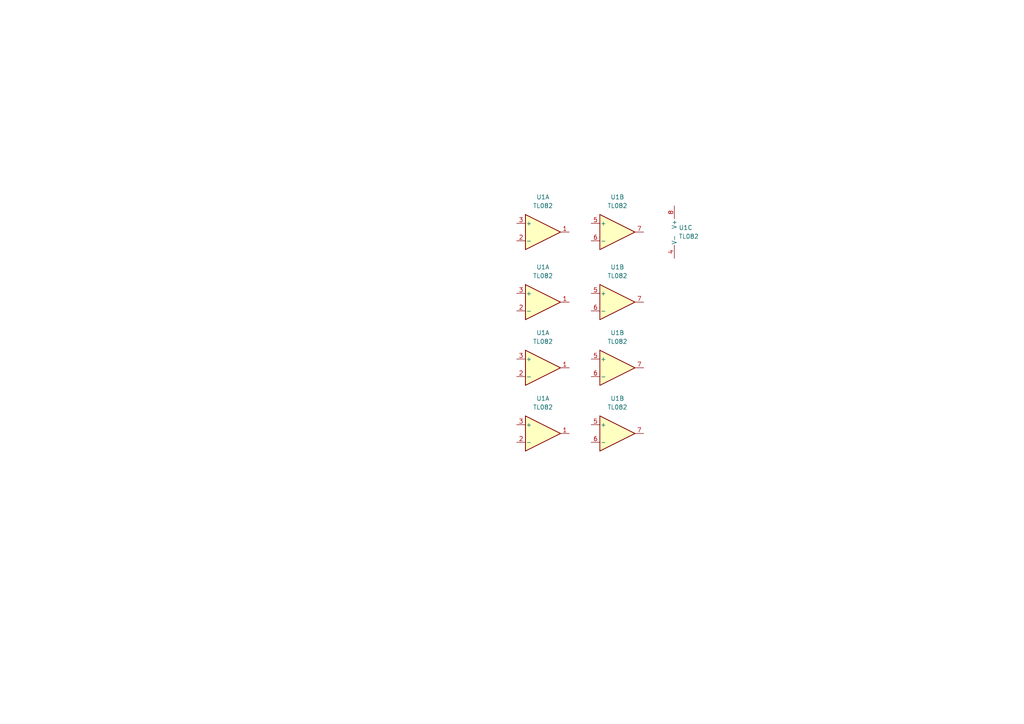
<source format=kicad_sch>
(kicad_sch (version 20250114) (generator "eeschema") (generator_version "9.0")
  (paper "A4")
  (lib_symbols
    (symbol "Amplifier_Operational:TL082" (pin_names (offset 0.127))
      (property "Reference" "U" (at 0 5.08 0))
      (property "Value" "TL082" (at 0 -5.08 0))
      (symbol "TL082_1_1"
        (polyline (pts (xy -5.08 5.08) (xy 5.08 0) (xy -5.08 -5.08) (xy -5.08 5.08)) (stroke (width 0.254)) (fill (type background)))
        (pin input line (at -7.62 2.54 0) (length 2.54) (name "+") (number "3"))
        (pin input line (at -7.62 -2.54 0) (length 2.54) (name "-") (number "2"))
        (pin output line (at 7.62 0 180) (length 2.54) (name "~") (number "1"))
      )
      (symbol "TL082_2_1"
        (polyline (pts (xy -5.08 5.08) (xy 5.08 0) (xy -5.08 -5.08) (xy -5.08 5.08)) (stroke (width 0.254)) (fill (type background)))
        (pin input line (at -7.62 2.54 0) (length 2.54) (name "+") (number "5"))
        (pin input line (at -7.62 -2.54 0) (length 2.54) (name "-") (number "6"))
        (pin output line (at 7.62 0 180) (length 2.54) (name "~") (number "7"))
      )
      (symbol "TL082_3_1"
        (pin power_in line (at -2.54 7.62 270) (length 3.81) (name "V+") (number "8"))
        (pin power_in line (at -2.54 -7.62 90) (length 3.81) (name "V-") (number "4"))
      )
    )
  )
  (symbol (lib_id "Amplifier_Operational:TL082") (at 157.48 106.68 0) (unit 1)
    (property "Reference" "U1" (at 157.48 96.52 0))
    (property "Value" "TL082" (at 157.48 99.06 0))
    (property "Footprint" "Package_SO:SOIC-8W_5.3x5.3mm_P1.27mm" (effects (hide yes)))
    (property "Datasheet" "http://www.ti.com/lit/ds/symlink/tl081.pdf" (effects (hide yes)))
    (property "Description" "Dual JFET-Input Operational Amplifiers, DIP-8/SOIC-8/SSOP-8" (effects (hide yes)))
  )
  (symbol (lib_id "Amplifier_Operational:TL082") (at 179.07 67.31 0) (unit 2)
    (property "Reference" "U1" (at 179.07 57.15 0))
    (property "Value" "TL082" (at 179.07 59.69 0))
    (property "Footprint" "Package_SO:SOIC-8W_5.3x5.3mm_P1.27mm" (effects (hide yes)))
    (property "Datasheet" "http://www.ti.com/lit/ds/symlink/tl081.pdf" (effects (hide yes)))
    (property "Description" "Dual JFET-Input Operational Amplifiers, DIP-8/SOIC-8/SSOP-8" (effects (hide yes)))
  )
  (symbol (lib_id "Amplifier_Operational:TL082") (at 157.48 125.73 0) (unit 1)
    (property "Reference" "U1" (at 157.48 115.57 0))
    (property "Value" "TL082" (at 157.48 118.11 0))
    (property "Footprint" "Package_SO:SOIC-8W_5.3x5.3mm_P1.27mm" (effects (hide yes)))
    (property "Datasheet" "http://www.ti.com/lit/ds/symlink/tl081.pdf" (effects (hide yes)))
    (property "Description" "Dual JFET-Input Operational Amplifiers, DIP-8/SOIC-8/SSOP-8" (effects (hide yes)))
  )
  (symbol (lib_id "Amplifier_Operational:TL082") (at 179.07 106.68 0) (unit 2)
    (property "Reference" "U1" (at 179.07 96.52 0))
    (property "Value" "TL082" (at 179.07 99.06 0))
    (property "Footprint" "Package_SO:SOIC-8W_5.3x5.3mm_P1.27mm" (effects (hide yes)))
    (property "Datasheet" "http://www.ti.com/lit/ds/symlink/tl081.pdf" (effects (hide yes)))
    (property "Description" "Dual JFET-Input Operational Amplifiers, DIP-8/SOIC-8/SSOP-8" (effects (hide yes)))
  )
  (symbol (lib_id "Amplifier_Operational:TL082") (at 179.07 125.73 0) (unit 2)
    (property "Reference" "U1" (at 179.07 115.57 0))
    (property "Value" "TL082" (at 179.07 118.11 0))
    (property "Footprint" "Package_SO:SOIC-8W_5.3x5.3mm_P1.27mm" (effects (hide yes)))
    (property "Datasheet" "http://www.ti.com/lit/ds/symlink/tl081.pdf" (effects (hide yes)))
    (property "Description" "Dual JFET-Input Operational Amplifiers, DIP-8/SOIC-8/SSOP-8" (effects (hide yes)))
  )
  (symbol (lib_id "Amplifier_Operational:TL082") (at 157.48 87.63 0) (unit 1)
    (property "Reference" "U1" (at 157.48 77.47 0))
    (property "Value" "TL082" (at 157.48 80.01 0))
    (property "Footprint" "Package_SO:SOIC-8W_5.3x5.3mm_P1.27mm" (effects (hide yes)))
    (property "Datasheet" "http://www.ti.com/lit/ds/symlink/tl081.pdf" (effects (hide yes)))
    (property "Description" "Dual JFET-Input Operational Amplifiers, DIP-8/SOIC-8/SSOP-8" (effects (hide yes)))
  )
  (symbol (lib_id "Amplifier_Operational:TL082") (at 157.48 67.31 0) (unit 1)
    (property "Reference" "U1" (at 157.48 57.15 0))
    (property "Value" "TL082" (at 157.48 59.69 0))
    (property "Footprint" "Package_SO:SOIC-8W_5.3x5.3mm_P1.27mm" (effects (hide yes)))
    (property "Datasheet" "http://www.ti.com/lit/ds/symlink/tl081.pdf" (effects (hide yes)))
    (property "Description" "Dual JFET-Input Operational Amplifiers, DIP-8/SOIC-8/SSOP-8" (effects (hide yes)))
  )
  (symbol (lib_id "Amplifier_Operational:TL082") (at 198.12 67.31 0) (unit 3)
    (property "Reference" "U1" (at 196.85 66.0399 0) (effects (justify left)))
    (property "Value" "TL082" (at 196.85 68.5799 0) (effects (justify left)))
    (property "Footprint" "Package_SO:SOIC-8W_5.3x5.3mm_P1.27mm" (effects (hide yes)))
    (property "Datasheet" "http://www.ti.com/lit/ds/symlink/tl081.pdf" (effects (hide yes)))
    (property "Description" "Dual JFET-Input Operational Amplifiers, DIP-8/SOIC-8/SSOP-8" (effects (hide yes)))
  )
  (symbol (lib_id "Amplifier_Operational:TL082") (at 179.07 87.63 0) (unit 2)
    (property "Reference" "U1" (at 179.07 77.47 0))
    (property "Value" "TL082" (at 179.07 80.01 0))
    (property "Footprint" "Package_SO:SOIC-8W_5.3x5.3mm_P1.27mm" (effects (hide yes)))
    (property "Datasheet" "http://www.ti.com/lit/ds/symlink/tl081.pdf" (effects (hide yes)))
    (property "Description" "Dual JFET-Input Operational Amplifiers, DIP-8/SOIC-8/SSOP-8" (effects (hide yes)))
  )
)
</source>
